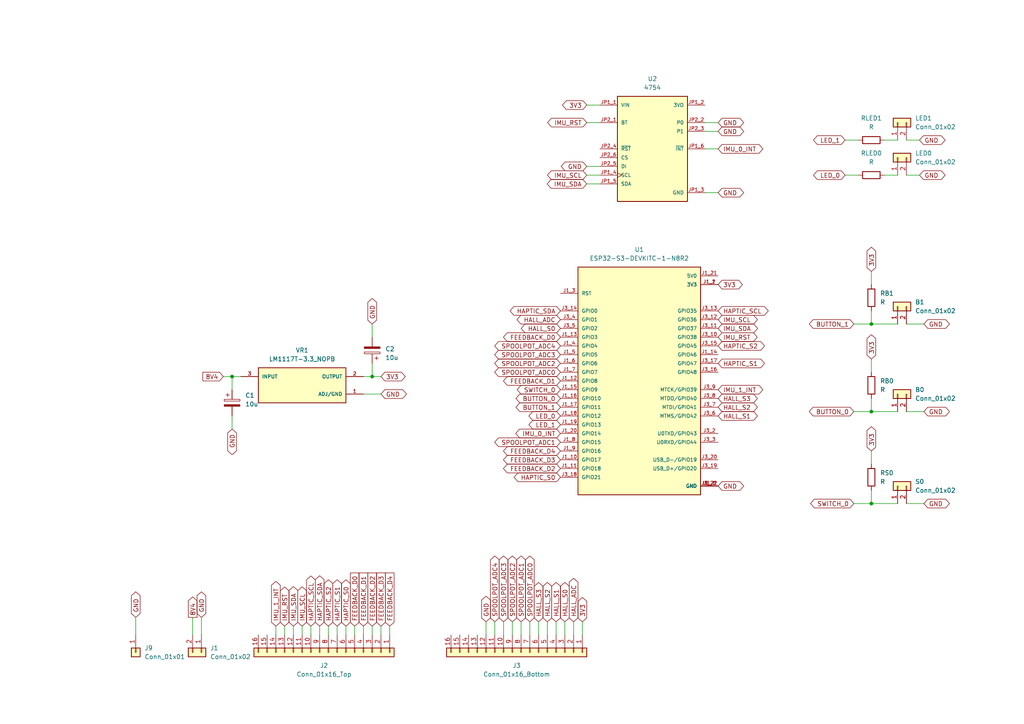
<source format=kicad_sch>
(kicad_sch (version 20231120) (generator "eeschema") (generator_version "8.0")
  (paper "A4")
  (lib_symbols
    (symbol "BNO085:4754" (pin_names (offset 1.016))
      (property "Reference" "U" (at -10.16 16.002 0))
      (property "Value" "4754" (at -10.16 -17.78 0))
      (symbol "4754_0_0"
        (rectangle (start -10.16 -15.24) (end 10.16 15.24) (stroke (width 0.254)) (fill (type background)))
        (pin input line (at -15.24 12.7 0) (length 5.08) (name "VIN") (number "JP1_1"))
        (pin output line (at 15.24 12.7 180) (length 5.08) (name "3VO") (number "JP1_2"))
        (pin power_in line (at 15.24 -12.7 180) (length 5.08) (name "GND") (number "JP1_3"))
        (pin bidirectional clock (at -15.24 -7.62 0) (length 5.08) (name "SCL") (number "JP1_4"))
        (pin bidirectional line (at -15.24 -10.16 0) (length 5.08) (name "SDA") (number "JP1_5"))
        (pin output line (at 15.24 0 180) (length 5.08) (name "~{INT}") (number "JP1_6"))
        (pin input line (at -15.24 7.62 0) (length 5.08) (name "BT") (number "JP2_1"))
        (pin bidirectional line (at 15.24 7.62 180) (length 5.08) (name "P0") (number "JP2_2"))
        (pin bidirectional line (at 15.24 5.08 180) (length 5.08) (name "P1") (number "JP2_3"))
        (pin input line (at -15.24 0 0) (length 5.08) (name "~{RST}") (number "JP2_4"))
        (pin input line (at -15.24 -5.08 0) (length 5.08) (name "DI") (number "JP2_5"))
        (pin input line (at -15.24 -2.54 0) (length 5.08) (name "CS") (number "JP2_6"))
      )
    )
    (symbol "Connector_Generic:Conn_01x01" (pin_names (offset 1.016) hide)
      (property "Reference" "J" (at 0 2.54 0))
      (property "Value" "Conn_01x01" (at 0 -2.54 0))
      (symbol "Conn_01x01_1_1"
        (rectangle (start -1.27 0.127) (end 0 -0.127) (stroke (width 0.1524)))
        (rectangle (start -1.27 1.27) (end 1.27 -1.27) (stroke (width 0.254)) (fill (type background)))
        (pin passive line (at -5.08 0 0) (length 3.81) (name "Pin_1") (number "1"))
      )
    )
    (symbol "Connector_Generic:Conn_01x02" (pin_names (offset 1.016) hide)
      (property "Reference" "J" (at 0 2.54 0))
      (property "Value" "Conn_01x02" (at 0 -5.08 0))
      (symbol "Conn_01x02_1_1"
        (rectangle (start -1.27 -2.413) (end 0 -2.667) (stroke (width 0.1524)))
        (rectangle (start -1.27 0.127) (end 0 -0.127) (stroke (width 0.1524)))
        (rectangle (start -1.27 1.27) (end 1.27 -3.81) (stroke (width 0.254)) (fill (type background)))
        (pin passive line (at -5.08 0 0) (length 3.81) (name "Pin_1") (number "1"))
        (pin passive line (at -5.08 -2.54 0) (length 3.81) (name "Pin_2") (number "2"))
      )
    )
    (symbol "Connector_Generic:Conn_01x16" (pin_names (offset 1.016) hide)
      (property "Reference" "J" (at 0 20.32 0))
      (property "Value" "Conn_01x16" (at 0 -22.86 0))
      (symbol "Conn_01x16_1_1"
        (rectangle (start -1.27 -20.193) (end 0 -20.447) (stroke (width 0.1524)))
        (rectangle (start -1.27 -17.653) (end 0 -17.907) (stroke (width 0.1524)))
        (rectangle (start -1.27 -15.113) (end 0 -15.367) (stroke (width 0.1524)))
        (rectangle (start -1.27 -12.573) (end 0 -12.827) (stroke (width 0.1524)))
        (rectangle (start -1.27 -10.033) (end 0 -10.287) (stroke (width 0.1524)))
        (rectangle (start -1.27 -7.493) (end 0 -7.747) (stroke (width 0.1524)))
        (rectangle (start -1.27 -4.953) (end 0 -5.207) (stroke (width 0.1524)))
        (rectangle (start -1.27 -2.413) (end 0 -2.667) (stroke (width 0.1524)))
        (rectangle (start -1.27 0.127) (end 0 -0.127) (stroke (width 0.1524)))
        (rectangle (start -1.27 2.667) (end 0 2.413) (stroke (width 0.1524)))
        (rectangle (start -1.27 5.207) (end 0 4.953) (stroke (width 0.1524)))
        (rectangle (start -1.27 7.747) (end 0 7.493) (stroke (width 0.1524)))
        (rectangle (start -1.27 10.287) (end 0 10.033) (stroke (width 0.1524)))
        (rectangle (start -1.27 12.827) (end 0 12.573) (stroke (width 0.1524)))
        (rectangle (start -1.27 15.367) (end 0 15.113) (stroke (width 0.1524)))
        (rectangle (start -1.27 17.907) (end 0 17.653) (stroke (width 0.1524)))
        (rectangle (start -1.27 19.05) (end 1.27 -21.59) (stroke (width 0.254)) (fill (type background)))
        (pin passive line (at -5.08 17.78 0) (length 3.81) (name "Pin_1") (number "1"))
        (pin passive line (at -5.08 -5.08 0) (length 3.81) (name "Pin_10") (number "10"))
        (pin passive line (at -5.08 -7.62 0) (length 3.81) (name "Pin_11") (number "11"))
        (pin passive line (at -5.08 -10.16 0) (length 3.81) (name "Pin_12") (number "12"))
        (pin passive line (at -5.08 -12.7 0) (length 3.81) (name "Pin_13") (number "13"))
        (pin passive line (at -5.08 -15.24 0) (length 3.81) (name "Pin_14") (number "14"))
        (pin passive line (at -5.08 -17.78 0) (length 3.81) (name "Pin_15") (number "15"))
        (pin passive line (at -5.08 -20.32 0) (length 3.81) (name "Pin_16") (number "16"))
        (pin passive line (at -5.08 15.24 0) (length 3.81) (name "Pin_2") (number "2"))
        (pin passive line (at -5.08 12.7 0) (length 3.81) (name "Pin_3") (number "3"))
        (pin passive line (at -5.08 10.16 0) (length 3.81) (name "Pin_4") (number "4"))
        (pin passive line (at -5.08 7.62 0) (length 3.81) (name "Pin_5") (number "5"))
        (pin passive line (at -5.08 5.08 0) (length 3.81) (name "Pin_6") (number "6"))
        (pin passive line (at -5.08 2.54 0) (length 3.81) (name "Pin_7") (number "7"))
        (pin passive line (at -5.08 0 0) (length 3.81) (name "Pin_8") (number "8"))
        (pin passive line (at -5.08 -2.54 0) (length 3.81) (name "Pin_9") (number "9"))
      )
    )
    (symbol "Device:C_Polarized" (pin_numbers hide) (pin_names (offset 0.254))
      (property "Reference" "C" (at 0.635 2.54 0))
      (property "Value" "C_Polarized" (at 0.635 -2.54 0))
      (symbol "C_Polarized_0_1"
        (rectangle (start -2.286 0.508) (end 2.286 1.016))
        (polyline (pts (xy -1.778 2.286) (xy -0.762 2.286)))
        (polyline (pts (xy -1.27 2.794) (xy -1.27 1.778)))
        (rectangle (start 2.286 -0.508) (end -2.286 -1.016) (fill (type outline)))
      )
      (symbol "C_Polarized_1_1"
        (pin passive line (at 0 3.81 270) (length 2.794) (name "~") (number "1"))
        (pin passive line (at 0 -3.81 90) (length 2.794) (name "~") (number "2"))
      )
    )
    (symbol "Device:R" (pin_numbers hide) (pin_names (offset 0))
      (property "Reference" "R" (at 2.032 0 90))
      (property "Value" "R" (at 0 0 90))
      (symbol "R_0_1"
        (rectangle (start -1.016 -2.54) (end 1.016 2.54) (stroke (width 0.254)))
      )
      (symbol "R_1_1"
        (pin passive line (at 0 3.81 270) (length 1.27) (name "~") (number "1"))
        (pin passive line (at 0 -3.81 90) (length 1.27) (name "~") (number "2"))
      )
    )
    (symbol "ESP32-S3-DEVKITC-1-N8R2:ESP32-S3-DEVKITC-1-N8R2" (pin_names (offset 1.016))
      (property "Reference" "U" (at -17.78 35.56 0))
      (property "Value" "ESP32-S3-DEVKITC-1-N8R2" (at -17.78 -35.56 0))
      (symbol "ESP32-S3-DEVKITC-1-N8R2_0_0"
        (rectangle (start -17.78 -33.02) (end 17.78 33.02) (stroke (width 0.254)) (fill (type background)))
        (pin power_in line (at 22.86 27.94 180) (length 5.08) (name "3V3") (number "J1_1"))
        (pin bidirectional line (at -22.86 -22.86 0) (length 5.08) (name "GPIO17") (number "J1_10"))
        (pin bidirectional line (at -22.86 -25.4 0) (length 5.08) (name "GPIO18") (number "J1_11"))
        (pin bidirectional line (at -22.86 0 0) (length 5.08) (name "GPIO8") (number "J1_12"))
        (pin bidirectional line (at -22.86 12.7 0) (length 5.08) (name "GPIO3") (number "J1_13"))
        (pin bidirectional line (at 22.86 7.62 180) (length 5.08) (name "GPIO46") (number "J1_14"))
        (pin bidirectional line (at -22.86 -2.54 0) (length 5.08) (name "GPIO9") (number "J1_15"))
        (pin bidirectional line (at -22.86 -5.08 0) (length 5.08) (name "GPIO10") (number "J1_16"))
        (pin bidirectional line (at -22.86 -7.62 0) (length 5.08) (name "GPIO11") (number "J1_17"))
        (pin bidirectional line (at -22.86 -10.16 0) (length 5.08) (name "GPIO12") (number "J1_18"))
        (pin bidirectional line (at -22.86 -12.7 0) (length 5.08) (name "GPIO13") (number "J1_19"))
        (pin power_in line (at 22.86 27.94 180) (length 5.08) (name "3V3") (number "J1_2"))
        (pin bidirectional line (at -22.86 -15.24 0) (length 5.08) (name "GPIO14") (number "J1_20"))
        (pin power_in line (at 22.86 30.48 180) (length 5.08) (name "5V0") (number "J1_21"))
        (pin power_in line (at 22.86 -30.48 180) (length 5.08) (name "GND") (number "J1_22"))
        (pin input line (at -22.86 25.4 0) (length 5.08) (name "RST") (number "J1_3"))
        (pin bidirectional line (at -22.86 10.16 0) (length 5.08) (name "GPIO4") (number "J1_4"))
        (pin bidirectional line (at -22.86 7.62 0) (length 5.08) (name "GPIO5") (number "J1_5"))
        (pin bidirectional line (at -22.86 5.08 0) (length 5.08) (name "GPIO6") (number "J1_6"))
        (pin bidirectional line (at -22.86 2.54 0) (length 5.08) (name "GPIO7") (number "J1_7"))
        (pin bidirectional line (at -22.86 -17.78 0) (length 5.08) (name "GPIO15") (number "J1_8"))
        (pin bidirectional line (at -22.86 -20.32 0) (length 5.08) (name "GPIO16") (number "J1_9"))
        (pin power_in line (at 22.86 -30.48 180) (length 5.08) (name "GND") (number "J3_1"))
        (pin bidirectional line (at 22.86 12.7 180) (length 5.08) (name "GPIO38") (number "J3_10"))
        (pin bidirectional line (at 22.86 15.24 180) (length 5.08) (name "GPIO37") (number "J3_11"))
        (pin bidirectional line (at 22.86 17.78 180) (length 5.08) (name "GPIO36") (number "J3_12"))
        (pin bidirectional line (at 22.86 20.32 180) (length 5.08) (name "GPIO35") (number "J3_13"))
        (pin bidirectional line (at -22.86 20.32 0) (length 5.08) (name "GPIO0") (number "J3_14"))
        (pin bidirectional line (at 22.86 10.16 180) (length 5.08) (name "GPIO45") (number "J3_15"))
        (pin bidirectional line (at 22.86 2.54 180) (length 5.08) (name "GPIO48") (number "J3_16"))
        (pin bidirectional line (at 22.86 5.08 180) (length 5.08) (name "GPIO47") (number "J3_17"))
        (pin bidirectional line (at -22.86 -27.94 0) (length 5.08) (name "GPIO21") (number "J3_18"))
        (pin bidirectional line (at 22.86 -25.4 180) (length 5.08) (name "USB_D+/GPIO20") (number "J3_19"))
        (pin bidirectional line (at 22.86 -15.24 180) (length 5.08) (name "U0TXD/GPIO43") (number "J3_2"))
        (pin bidirectional line (at 22.86 -22.86 180) (length 5.08) (name "USB_D-/GPIO19") (number "J3_20"))
        (pin power_in line (at 22.86 -30.48 180) (length 5.08) (name "GND") (number "J3_21"))
        (pin power_in line (at 22.86 -30.48 180) (length 5.08) (name "GND") (number "J3_22"))
        (pin bidirectional line (at 22.86 -17.78 180) (length 5.08) (name "U0RXD/GPIO44") (number "J3_3"))
        (pin bidirectional line (at -22.86 17.78 0) (length 5.08) (name "GPIO1") (number "J3_4"))
        (pin bidirectional line (at -22.86 15.24 0) (length 5.08) (name "GPIO2") (number "J3_5"))
        (pin bidirectional line (at 22.86 -10.16 180) (length 5.08) (name "MTMS/GPIO42") (number "J3_6"))
        (pin bidirectional line (at 22.86 -7.62 180) (length 5.08) (name "MTDI/GPIO41") (number "J3_7"))
        (pin bidirectional line (at 22.86 -5.08 180) (length 5.08) (name "MTDO/GPIO40") (number "J3_8"))
        (pin bidirectional line (at 22.86 -2.54 180) (length 5.08) (name "MTCK/GPIO39") (number "J3_9"))
      )
    )
    (symbol "LM1117T-3.3/NOPB:LM1117T-3.3_NOPB" (pin_names (offset 1.016))
      (property "Reference" "VR" (at -12.7 5.842 0))
      (property "Value" "LM1117T-3.3_NOPB" (at -12.7 -5.842 0))
      (symbol "LM1117T-3.3_NOPB_0_0"
        (rectangle (start -12.7 -5.08) (end 12.7 5.08) (stroke (width 0.254)) (fill (type background)))
        (pin power_in line (at 17.78 -2.54 180) (length 5.08) (name "ADJ/GND") (number "1"))
        (pin output line (at 17.78 2.54 180) (length 5.08) (name "OUTPUT") (number "2"))
        (pin input line (at -17.78 2.54 0) (length 5.08) (name "INPUT") (number "3"))
      )
    )
  )
  (junction (at 67.31 109.22))
  (junction (at 252.73 119.38))
  (junction (at 252.73 146.05))
  (junction (at 252.73 93.98))
  (junction (at 107.95 109.22))
  (wire (pts (xy 92.71 181.61) (xy 92.71 184.15)))
  (wire (pts (xy 107.95 109.22) (xy 110.49 109.22)))
  (wire (pts (xy 252.73 78.74) (xy 252.73 82.55)))
  (wire (pts (xy 107.95 105.41) (xy 107.95 109.22)))
  (wire (pts (xy 113.03 181.61) (xy 113.03 184.15)))
  (wire (pts (xy 163.83 180.34) (xy 163.83 184.15)))
  (wire (pts (xy 107.95 181.61) (xy 107.95 184.15)))
  (wire (pts (xy 252.73 119.38) (xy 260.35 119.38)))
  (wire (pts (xy 95.25 181.61) (xy 95.25 184.15)))
  (wire (pts (xy 143.51 180.34) (xy 143.51 184.15)))
  (wire (pts (xy 262.89 50.8) (xy 266.7 50.8)))
  (wire (pts (xy 105.41 181.61) (xy 105.41 184.15)))
  (wire (pts (xy 102.87 181.61) (xy 102.87 184.15)))
  (wire (pts (xy 204.47 38.1) (xy 208.28 38.1)))
  (wire (pts (xy 166.37 180.34) (xy 166.37 184.15)))
  (wire (pts (xy 148.59 180.34) (xy 148.59 184.15)))
  (wire (pts (xy 80.01 181.61) (xy 80.01 184.15)))
  (wire (pts (xy 82.55 181.61) (xy 82.55 184.15)))
  (wire (pts (xy 85.09 181.61) (xy 85.09 184.15)))
  (wire (pts (xy 252.73 130.81) (xy 252.73 134.62)))
  (wire (pts (xy 256.54 40.64) (xy 260.35 40.64)))
  (wire (pts (xy 140.97 180.34) (xy 140.97 184.15)))
  (wire (pts (xy 90.17 181.61) (xy 90.17 184.15)))
  (wire (pts (xy 204.47 43.18) (xy 208.28 43.18)))
  (wire (pts (xy 158.75 180.34) (xy 158.75 184.15)))
  (wire (pts (xy 170.18 53.34) (xy 173.99 53.34)))
  (wire (pts (xy 262.89 119.38) (xy 267.97 119.38)))
  (wire (pts (xy 151.13 180.34) (xy 151.13 184.15)))
  (wire (pts (xy 110.49 181.61) (xy 110.49 184.15)))
  (wire (pts (xy 39.37 179.07) (xy 39.37 184.15)))
  (wire (pts (xy 67.31 120.65) (xy 67.31 124.46)))
  (wire (pts (xy 58.42 179.07) (xy 58.42 184.15)))
  (wire (pts (xy 168.91 180.34) (xy 168.91 184.15)))
  (wire (pts (xy 100.33 181.61) (xy 100.33 184.15)))
  (wire (pts (xy 170.18 50.8) (xy 173.99 50.8)))
  (wire (pts (xy 245.11 40.64) (xy 248.92 40.64)))
  (wire (pts (xy 245.11 50.8) (xy 248.92 50.8)))
  (wire (pts (xy 146.05 180.34) (xy 146.05 184.15)))
  (wire (pts (xy 170.18 30.48) (xy 173.99 30.48)))
  (wire (pts (xy 67.31 109.22) (xy 67.31 113.03)))
  (wire (pts (xy 252.73 90.17) (xy 252.73 93.98)))
  (wire (pts (xy 170.18 48.26) (xy 173.99 48.26)))
  (wire (pts (xy 252.73 104.14) (xy 252.73 107.95)))
  (wire (pts (xy 105.41 109.22) (xy 107.95 109.22)))
  (wire (pts (xy 204.47 55.88) (xy 208.28 55.88)))
  (wire (pts (xy 252.73 115.57) (xy 252.73 119.38)))
  (wire (pts (xy 105.41 114.3) (xy 110.49 114.3)))
  (wire (pts (xy 161.29 180.34) (xy 161.29 184.15)))
  (wire (pts (xy 252.73 93.98) (xy 260.35 93.98)))
  (wire (pts (xy 67.31 109.22) (xy 69.85 109.22)))
  (wire (pts (xy 247.65 93.98) (xy 252.73 93.98)))
  (wire (pts (xy 252.73 146.05) (xy 260.35 146.05)))
  (wire (pts (xy 107.95 93.98) (xy 107.95 97.79)))
  (wire (pts (xy 262.89 40.64) (xy 266.7 40.64)))
  (wire (pts (xy 97.79 181.61) (xy 97.79 184.15)))
  (wire (pts (xy 252.73 142.24) (xy 252.73 146.05)))
  (wire (pts (xy 256.54 50.8) (xy 260.35 50.8)))
  (wire (pts (xy 64.77 109.22) (xy 67.31 109.22)))
  (wire (pts (xy 247.65 146.05) (xy 252.73 146.05)))
  (wire (pts (xy 262.89 93.98) (xy 267.97 93.98)))
  (wire (pts (xy 247.65 119.38) (xy 252.73 119.38)))
  (wire (pts (xy 156.21 180.34) (xy 156.21 184.15)))
  (wire (pts (xy 262.89 146.05) (xy 267.97 146.05)))
  (wire (pts (xy 87.63 181.61) (xy 87.63 184.15)))
  (wire (pts (xy 170.18 35.56) (xy 173.99 35.56)))
  (wire (pts (xy 153.67 180.34) (xy 153.67 184.15)))
  (wire (pts (xy 204.47 35.56) (xy 208.28 35.56)))
  (wire (pts (xy 55.88 179.07) (xy 55.88 184.15)))
  (global_label "3V3" (shape bidirectional) (at 252.73 130.81 90) (property "Intersheetrefs" "${INTERSHEET_REFS}" (effects (hide yes))))
  (global_label "SPOOLPOT_ADC2" (shape bidirectional) (at 162.56 105.41 180) (property "Intersheetrefs" "${INTERSHEET_REFS}" (effects (hide yes))))
  (global_label "HALL_S2" (shape bidirectional) (at 208.28 118.11 0) (property "Intersheetrefs" "${INTERSHEET_REFS}" (effects (hide yes))))
  (global_label "BUTTON_0" (shape bidirectional) (at 162.56 115.57 180) (property "Intersheetrefs" "${INTERSHEET_REFS}" (effects (hide yes))))
  (global_label "IMU_RST" (shape bidirectional) (at 208.28 97.79 0) (property "Intersheetrefs" "${INTERSHEET_REFS}" (effects (hide yes))))
  (global_label "IMU_RST" (shape bidirectional) (at 82.55 181.61 90) (property "Intersheetrefs" "${INTERSHEET_REFS}" (effects (hide yes))))
  (global_label "HAPTIC_S2" (shape bidirectional) (at 208.28 100.33 0) (property "Intersheetrefs" "${INTERSHEET_REFS}" (effects (hide yes))))
  (global_label "HALL_ADC" (shape bidirectional) (at 162.56 92.71 180) (property "Intersheetrefs" "${INTERSHEET_REFS}" (effects (hide yes))))
  (global_label "HALL_S1" (shape bidirectional) (at 208.28 120.65 0) (property "Intersheetrefs" "${INTERSHEET_REFS}" (effects (hide yes))))
  (global_label "LED_1" (shape bidirectional) (at 162.56 123.19 180) (property "Intersheetrefs" "${INTERSHEET_REFS}" (effects (hide yes))))
  (global_label "HALL_S2" (shape bidirectional) (at 158.75 180.34 90) (property "Intersheetrefs" "${INTERSHEET_REFS}" (effects (hide yes))))
  (global_label "IMU_0_INT" (shape bidirectional) (at 208.28 43.18 0) (property "Intersheetrefs" "${INTERSHEET_REFS}" (effects (hide yes))))
  (global_label "FEEDBACK_D0" (shape bidirectional) (at 162.56 97.79 180) (property "Intersheetrefs" "${INTERSHEET_REFS}" (effects (hide yes))))
  (global_label "LED_0" (shape bidirectional) (at 245.11 50.8 180) (property "Intersheetrefs" "${INTERSHEET_REFS}" (effects (hide yes))))
  (global_label "IMU_0_INT" (shape bidirectional) (at 162.56 125.73 180) (property "Intersheetrefs" "${INTERSHEET_REFS}" (effects (hide yes))))
  (global_label "HALL_S0" (shape bidirectional) (at 162.56 95.25 180) (property "Intersheetrefs" "${INTERSHEET_REFS}" (effects (hide yes))))
  (global_label "8V4" (shape output) (at 55.88 179.07 90) (property "Intersheetrefs" "${INTERSHEET_REFS}" (effects (hide yes))))
  (global_label "SPOOLPOT_ADC1" (shape bidirectional) (at 151.13 180.34 90) (property "Intersheetrefs" "${INTERSHEET_REFS}" (effects (hide yes))))
  (global_label "IMU_1_INT" (shape bidirectional) (at 208.28 113.03 0) (property "Intersheetrefs" "${INTERSHEET_REFS}" (effects (hide yes))))
  (global_label "BUTTON_0" (shape bidirectional) (at 247.65 119.38 180) (property "Intersheetrefs" "${INTERSHEET_REFS}" (effects (hide yes))))
  (global_label "HALL_S3" (shape bidirectional) (at 208.28 115.57 0) (property "Intersheetrefs" "${INTERSHEET_REFS}" (effects (hide yes))))
  (global_label "FEEDBACK_D2" (shape input) (at 107.95 181.61 90) (property "Intersheetrefs" "${INTERSHEET_REFS}" (effects (hide yes))))
  (global_label "SPOOLPOT_ADC1" (shape bidirectional) (at 162.56 128.27 180) (property "Intersheetrefs" "${INTERSHEET_REFS}" (effects (hide yes))))
  (global_label "SWITCH_0" (shape bidirectional) (at 162.56 113.03 180) (property "Intersheetrefs" "${INTERSHEET_REFS}" (effects (hide yes))))
  (global_label "3V3" (shape bidirectional) (at 168.91 180.34 90) (property "Intersheetrefs" "${INTERSHEET_REFS}" (effects (hide yes))))
  (global_label "HAPTIC_S0" (shape bidirectional) (at 162.56 138.43 180) (property "Intersheetrefs" "${INTERSHEET_REFS}" (effects (hide yes))))
  (global_label "8V4" (shape input) (at 64.77 109.22 180) (property "Intersheetrefs" "${INTERSHEET_REFS}" (effects (hide yes))))
  (global_label "IMU_1_INT" (shape bidirectional) (at 80.01 181.61 90) (property "Intersheetrefs" "${INTERSHEET_REFS}" (effects (hide yes))))
  (global_label "GND" (shape bidirectional) (at 208.28 140.97 0) (property "Intersheetrefs" "${INTERSHEET_REFS}" (effects (hide yes))))
  (global_label "3V3" (shape bidirectional) (at 170.18 30.48 180) (property "Intersheetrefs" "${INTERSHEET_REFS}" (effects (hide yes))))
  (global_label "BUTTON_1" (shape bidirectional) (at 162.56 118.11 180) (property "Intersheetrefs" "${INTERSHEET_REFS}" (effects (hide yes))))
  (global_label "HAPTIC_S0" (shape bidirectional) (at 100.33 181.61 90) (property "Intersheetrefs" "${INTERSHEET_REFS}" (effects (hide yes))))
  (global_label "SPOOLPOT_ADC3" (shape bidirectional) (at 162.56 102.87 180) (property "Intersheetrefs" "${INTERSHEET_REFS}" (effects (hide yes))))
  (global_label "GND" (shape bidirectional) (at 208.28 38.1 0) (property "Intersheetrefs" "${INTERSHEET_REFS}" (effects (hide yes))))
  (global_label "FEEDBACK_D0" (shape input) (at 102.87 181.61 90) (property "Intersheetrefs" "${INTERSHEET_REFS}" (effects (hide yes))))
  (global_label "GND" (shape bidirectional) (at 266.7 40.64 0) (property "Intersheetrefs" "${INTERSHEET_REFS}" (effects (hide yes))))
  (global_label "IMU_SDA" (shape bidirectional) (at 208.28 95.25 0) (property "Intersheetrefs" "${INTERSHEET_REFS}" (effects (hide yes))))
  (global_label "HALL_S1" (shape bidirectional) (at 161.29 180.34 90) (property "Intersheetrefs" "${INTERSHEET_REFS}" (effects (hide yes))))
  (global_label "SPOOLPOT_ADC2" (shape bidirectional) (at 148.59 180.34 90) (property "Intersheetrefs" "${INTERSHEET_REFS}" (effects (hide yes))))
  (global_label "GND" (shape bidirectional) (at 110.49 114.3 0) (property "Intersheetrefs" "${INTERSHEET_REFS}" (effects (hide yes))))
  (global_label "GND" (shape bidirectional) (at 107.95 93.98 90) (property "Intersheetrefs" "${INTERSHEET_REFS}" (effects (hide yes))))
  (global_label "IMU_SCL" (shape bidirectional) (at 170.18 50.8 180) (property "Intersheetrefs" "${INTERSHEET_REFS}" (effects (hide yes))))
  (global_label "FEEDBACK_D1" (shape input) (at 105.41 181.61 90) (property "Intersheetrefs" "${INTERSHEET_REFS}" (effects (hide yes))))
  (global_label "GND" (shape bidirectional) (at 58.42 179.07 90) (property "Intersheetrefs" "${INTERSHEET_REFS}" (effects (hide yes))))
  (global_label "IMU_SCL" (shape bidirectional) (at 208.28 92.71 0) (property "Intersheetrefs" "${INTERSHEET_REFS}" (effects (hide yes))))
  (global_label "HALL_S3" (shape bidirectional) (at 156.21 180.34 90) (property "Intersheetrefs" "${INTERSHEET_REFS}" (effects (hide yes))))
  (global_label "GND" (shape bidirectional) (at 266.7 50.8 0) (property "Intersheetrefs" "${INTERSHEET_REFS}" (effects (hide yes))))
  (global_label "SPOOLPOT_ADC3" (shape bidirectional) (at 146.05 180.34 90) (property "Intersheetrefs" "${INTERSHEET_REFS}" (effects (hide yes))))
  (global_label "HAPTIC_S1" (shape bidirectional) (at 97.79 181.61 90) (property "Intersheetrefs" "${INTERSHEET_REFS}" (effects (hide yes))))
  (global_label "HAPTIC_S1" (shape bidirectional) (at 208.28 105.41 0) (property "Intersheetrefs" "${INTERSHEET_REFS}" (effects (hide yes))))
  (global_label "FEEDBACK_D4" (shape bidirectional) (at 162.56 130.81 180) (property "Intersheetrefs" "${INTERSHEET_REFS}" (effects (hide yes))))
  (global_label "SPOOLPOT_ADC0" (shape bidirectional) (at 162.56 107.95 180) (property "Intersheetrefs" "${INTERSHEET_REFS}" (effects (hide yes))))
  (global_label "GND" (shape bidirectional) (at 39.37 179.07 90) (property "Intersheetrefs" "${INTERSHEET_REFS}" (effects (hide yes))))
  (global_label "FEEDBACK_D3" (shape bidirectional) (at 162.56 133.35 180) (property "Intersheetrefs" "${INTERSHEET_REFS}" (effects (hide yes))))
  (global_label "HAPTIC_SCL" (shape bidirectional) (at 208.28 90.17 0) (property "Intersheetrefs" "${INTERSHEET_REFS}" (effects (hide yes))))
  (global_label "SPOOLPOT_ADC4" (shape bidirectional) (at 143.51 180.34 90) (property "Intersheetrefs" "${INTERSHEET_REFS}" (effects (hide yes))))
  (global_label "GND" (shape bidirectional) (at 208.28 35.56 0) (property "Intersheetrefs" "${INTERSHEET_REFS}" (effects (hide yes))))
  (global_label "3V3" (shape bidirectional) (at 208.28 82.55 0) (property "Intersheetrefs" "${INTERSHEET_REFS}" (effects (hide yes))))
  (global_label "GND" (shape bidirectional) (at 140.97 180.34 90) (property "Intersheetrefs" "${INTERSHEET_REFS}" (effects (hide yes))))
  (global_label "GND" (shape bidirectional) (at 208.28 55.88 0) (property "Intersheetrefs" "${INTERSHEET_REFS}" (effects (hide yes))))
  (global_label "IMU_SCL" (shape bidirectional) (at 87.63 181.61 90) (property "Intersheetrefs" "${INTERSHEET_REFS}" (effects (hide yes))))
  (global_label "IMU_SDA" (shape bidirectional) (at 170.18 53.34 180) (property "Intersheetrefs" "${INTERSHEET_REFS}" (effects (hide yes))))
  (global_label "SWITCH_0" (shape bidirectional) (at 247.65 146.05 180) (property "Intersheetrefs" "${INTERSHEET_REFS}" (effects (hide yes))))
  (global_label "SPOOLPOT_ADC4" (shape bidirectional) (at 162.56 100.33 180) (property "Intersheetrefs" "${INTERSHEET_REFS}" (effects (hide yes))))
  (global_label "HAPTIC_SCL" (shape bidirectional) (at 90.17 181.61 90) (property "Intersheetrefs" "${INTERSHEET_REFS}" (effects (hide yes))))
  (global_label "IMU_SDA" (shape bidirectional) (at 85.09 181.61 90) (property "Intersheetrefs" "${INTERSHEET_REFS}" (effects (hide yes))))
  (global_label "3V3" (shape bidirectional) (at 110.49 109.22 0) (property "Intersheetrefs" "${INTERSHEET_REFS}" (effects (hide yes))))
  (global_label "HAPTIC_SDA" (shape bidirectional) (at 92.71 181.61 90) (property "Intersheetrefs" "${INTERSHEET_REFS}" (effects (hide yes))))
  (global_label "HAPTIC_SDA" (shape bidirectional) (at 162.56 90.17 180) (property "Intersheetrefs" "${INTERSHEET_REFS}" (effects (hide yes))))
  (global_label "GND" (shape bidirectional) (at 267.97 93.98 0) (property "Intersheetrefs" "${INTERSHEET_REFS}" (effects (hide yes))))
  (global_label "FEEDBACK_D3" (shape input) (at 110.49 181.61 90) (property "Intersheetrefs" "${INTERSHEET_REFS}" (effects (hide yes))))
  (global_label "FEEDBACK_D2" (shape bidirectional) (at 162.56 135.89 180) (property "Intersheetrefs" "${INTERSHEET_REFS}" (effects (hide yes))))
  (global_label "GND" (shape bidirectional) (at 267.97 146.05 0) (property "Intersheetrefs" "${INTERSHEET_REFS}" (effects (hide yes))))
  (global_label "BUTTON_1" (shape bidirectional) (at 247.65 93.98 180) (property "Intersheetrefs" "${INTERSHEET_REFS}" (effects (hide yes))))
  (global_label "HALL_S0" (shape bidirectional) (at 163.83 180.34 90) (property "Intersheetrefs" "${INTERSHEET_REFS}" (effects (hide yes))))
  (global_label "GND" (shape bidirectional) (at 67.31 124.46 270) (property "Intersheetrefs" "${INTERSHEET_REFS}" (effects (hide yes))))
  (global_label "IMU_RST" (shape bidirectional) (at 170.18 35.56 180) (property "Intersheetrefs" "${INTERSHEET_REFS}" (effects (hide yes))))
  (global_label "LED_0" (shape bidirectional) (at 162.56 120.65 180) (property "Intersheetrefs" "${INTERSHEET_REFS}" (effects (hide yes))))
  (global_label "FEEDBACK_D4" (shape input) (at 113.03 181.61 90) (property "Intersheetrefs" "${INTERSHEET_REFS}" (effects (hide yes))))
  (global_label "GND" (shape bidirectional) (at 267.97 119.38 0) (property "Intersheetrefs" "${INTERSHEET_REFS}" (effects (hide yes))))
  (global_label "SPOOLPOT_ADC0" (shape bidirectional) (at 153.67 180.34 90) (property "Intersheetrefs" "${INTERSHEET_REFS}" (effects (hide yes))))
  (global_label "GND" (shape bidirectional) (at 170.18 48.26 180) (property "Intersheetrefs" "${INTERSHEET_REFS}" (effects (hide yes))))
  (global_label "3V3" (shape bidirectional) (at 252.73 78.74 90) (property "Intersheetrefs" "${INTERSHEET_REFS}" (effects (hide yes))))
  (global_label "3V3" (shape bidirectional) (at 252.73 104.14 90) (property "Intersheetrefs" "${INTERSHEET_REFS}" (effects (hide yes))))
  (global_label "LED_1" (shape bidirectional) (at 245.11 40.64 180) (property "Intersheetrefs" "${INTERSHEET_REFS}" (effects (hide yes))))
  (global_label "FEEDBACK_D1" (shape bidirectional) (at 162.56 110.49 180) (property "Intersheetrefs" "${INTERSHEET_REFS}" (effects (hide yes))))
  (global_label "HALL_ADC" (shape bidirectional) (at 166.37 180.34 90) (property "Intersheetrefs" "${INTERSHEET_REFS}" (effects (hide yes))))
  (global_label "HAPTIC_S2" (shape bidirectional) (at 95.25 181.61 90) (property "Intersheetrefs" "${INTERSHEET_REFS}" (effects (hide yes))))
  (symbol (lib_id "Connector_Generic:Conn_01x16") (at 95.25 189.23 270) (unit 1)
    (property "Reference" "J2" (at 93.98 193.04 90))
    (property "Value" "Conn_01x16_Top" (at 93.98 195.58 90))
    (property "Footprint" "522071633:CON_522071633_MOL" (effects (hide yes)))
    (property "Description" "Generic connector, single row, 01x16, script generated (kicad-library-utils/schlib/autogen/connector/)" (effects (hide yes)))
  )
  (symbol (lib_id "Device:C_Polarized") (at 107.95 101.6 180) (unit 1)
    (property "Reference" "C2" (at 111.76 101.2189 0) (effects (justify right)))
    (property "Value" "10u" (at 111.76 103.7589 0) (effects (justify right)))
    (property "Footprint" "Capacitor_SMD:C_1206_3216Metric" (effects (hide yes)))
    (property "Description" "Polarized capacitor" (effects (hide yes)))
  )
  (symbol (lib_id "LM1117T-3.3/NOPB:LM1117T-3.3_NOPB") (at 87.63 111.76 0) (unit 1)
    (property "Reference" "VR1" (at 87.63 101.6 0))
    (property "Value" "LM1117T-3.3_NOPB" (at 87.63 104.14 0))
    (property "Footprint" "LM1117T-3.3:LM1117T-3.3_NOPB" (effects (hide yes)))
    (property "MF" "Texas Instruments" (effects (hide yes)))
    (property "MAXIMUM_PACKAGE_HEIGHT" "19.55mm" (effects (hide yes)))
    (property "Package" "TO-220-3 Texas Instruments" (effects (hide yes)))
    (property "Price" "None" (effects (hide yes)))
    (property "Check_prices" "https://www.snapeda.com/parts/LM1117T-3.3/NOPB/Texas+Instruments/view-part/?ref=eda" (effects (hide yes)))
    (property "STANDARD" "IPC-7351B" (effects (hide yes)))
    (property "PARTREV" "O" (effects (hide yes)))
    (property "SnapEDA_Link" "https://www.snapeda.com/parts/LM1117T-3.3/NOPB/Texas+Instruments/view-part/?ref=snap" (effects (hide yes)))
    (property "SNAPEDA_PACKAGE_ID" "102750" (effects (hide yes)))
    (property "MP" "LM1117T-3.3/NOPB" (effects (hide yes)))
    (property "Description_1" "\n800-mA 15-V linear voltage regulator\n" (effects (hide yes)))
    (property "Availability" "In Stock" (effects (hide yes)))
    (property "MANUFACTURER" "Texas Instruments" (effects (hide yes)))
  )
  (symbol (lib_id "Device:R") (at 252.73 50.8 270) (unit 1)
    (property "Reference" "RLED0" (at 252.73 44.45 90))
    (property "Value" "R" (at 252.73 46.99 90))
    (property "Footprint" "Resistor_SMD:R_0402_1005Metric" (effects (hide yes)))
    (property "Description" "Resistor" (effects (hide yes)))
  )
  (symbol (lib_id "Device:R") (at 252.73 40.64 270) (unit 1)
    (property "Reference" "RLED1" (at 252.73 34.29 90))
    (property "Value" "R" (at 252.73 36.83 90))
    (property "Footprint" "Resistor_SMD:R_0402_1005Metric" (effects (hide yes)))
    (property "Description" "Resistor" (effects (hide yes)))
  )
  (symbol (lib_id "Connector_Generic:Conn_01x02") (at 260.35 140.97 90) (unit 1)
    (property "Reference" "S0" (at 265.43 139.6999 90) (effects (justify right)))
    (property "Value" "Conn_01x02" (at 265.43 142.2399 90) (effects (justify right)))
    (property "Footprint" "Connector_PinSocket_2.54mm:PinSocket_1x02_P2.54mm_Vertical" (effects (hide yes)))
    (property "Description" "Generic connector, single row, 01x02, script generated (kicad-library-utils/schlib/autogen/connector/)" (effects (hide yes)))
  )
  (symbol (lib_id "ESP32-S3-DEVKITC-1-N8R2:ESP32-S3-DEVKITC-1-N8R2") (at 185.42 110.49 0) (unit 1)
    (property "Reference" "U1" (at 185.42 72.39 0))
    (property "Value" "ESP32-S3-DEVKITC-1-N8R2" (at 185.42 74.93 0))
    (property "Footprint" "ESP32-S3-DEVKITC-1-N8R2:XCVR_ESP32-S3-DEVKITC-1-N8R2" (effects (hide yes)))
    (property "MF" "Espressif Systems" (effects (hide yes)))
    (property "Description_1" "\nWiFi Development Tools - 802.11 (Engineering Samples Only) ESP32-S3 General-Purpose Development Board, ESP32-S3-WROOM-1-N8R2, with Pin Header\n" (effects (hide yes)))
    (property "Package" "None" (effects (hide yes)))
    (property "Price" "None" (effects (hide yes)))
    (property "Check_prices" "https://www.snapeda.com/parts/ESP32-S3-DEVKITC-1-N8R2/Espressif+Systems/view-part/?ref=eda" (effects (hide yes)))
    (property "STANDARD" "Manufacturer Recommendations" (effects (hide yes)))
    (property "PARTREV" "V1" (effects (hide yes)))
    (property "SnapEDA_Link" "https://www.snapeda.com/parts/ESP32-S3-DEVKITC-1-N8R2/Espressif+Systems/view-part/?ref=snap" (effects (hide yes)))
    (property "MP" "ESP32-S3-DEVKITC-1-N8R2" (effects (hide yes)))
    (property "Purchase-URL" "https://www.snapeda.com/api/url_track_click_mouser/?unipart_id=8918256&manufacturer=Espressif Systems&part_name=ESP32-S3-DEVKITC-1-N8R2&search_term=None" (effects (hide yes)))
    (property "Availability" "In Stock" (effects (hide yes)))
    (property "MANUFACTURER" "Espressif" (effects (hide yes)))
  )
  (symbol (lib_id "Connector_Generic:Conn_01x02") (at 260.35 45.72 90) (unit 1)
    (property "Reference" "LED0" (at 265.43 44.4499 90) (effects (justify right)))
    (property "Value" "Conn_01x02" (at 265.43 46.9899 90) (effects (justify right)))
    (property "Footprint" "Connector_PinSocket_2.54mm:PinSocket_1x02_P2.54mm_Vertical" (effects (hide yes)))
    (property "Description" "Generic connector, single row, 01x02, script generated (kicad-library-utils/schlib/autogen/connector/)" (effects (hide yes)))
  )
  (symbol (lib_id "Connector_Generic:Conn_01x02") (at 58.42 189.23 270) (unit 1)
    (property "Reference" "J1" (at 60.96 187.9599 90) (effects (justify left)))
    (property "Value" "Conn_01x02" (at 60.96 190.4999 90) (effects (justify left)))
    (property "Footprint" "Connector_PinSocket_2.54mm:PinSocket_1x02_P2.54mm_Vertical" (effects (hide yes)))
    (property "Description" "Generic connector, single row, 01x02, script generated (kicad-library-utils/schlib/autogen/connector/)" (effects (hide yes)))
  )
  (symbol (lib_id "Connector_Generic:Conn_01x16") (at 151.13 189.23 270) (unit 1)
    (property "Reference" "J3" (at 149.86 193.04 90))
    (property "Value" "Conn_01x16_Bottom" (at 149.86 195.58 90))
    (property "Footprint" "522071633:CON_522071633_MOL" (effects (hide yes)))
    (property "Description" "Generic connector, single row, 01x16, script generated (kicad-library-utils/schlib/autogen/connector/)" (effects (hide yes)))
  )
  (symbol (lib_id "Connector_Generic:Conn_01x02") (at 260.35 35.56 90) (unit 1)
    (property "Reference" "LED1" (at 265.43 34.2899 90) (effects (justify right)))
    (property "Value" "Conn_01x02" (at 265.43 36.8299 90) (effects (justify right)))
    (property "Footprint" "Connector_PinSocket_2.54mm:PinSocket_1x02_P2.54mm_Vertical" (effects (hide yes)))
    (property "Description" "Generic connector, single row, 01x02, script generated (kicad-library-utils/schlib/autogen/connector/)" (effects (hide yes)))
  )
  (symbol (lib_id "Connector_Generic:Conn_01x02") (at 260.35 114.3 90) (unit 1)
    (property "Reference" "B0" (at 265.43 113.0299 90) (effects (justify right)))
    (property "Value" "Conn_01x02" (at 265.43 115.5699 90) (effects (justify right)))
    (property "Footprint" "Connector_PinSocket_2.54mm:PinSocket_1x02_P2.54mm_Vertical" (effects (hide yes)))
    (property "Description" "Generic connector, single row, 01x02, script generated (kicad-library-utils/schlib/autogen/connector/)" (effects (hide yes)))
  )
  (symbol (lib_id "Device:C_Polarized") (at 67.31 116.84 0) (unit 1)
    (property "Reference" "C1" (at 71.12 114.6809 0) (effects (justify left)))
    (property "Value" "10u" (at 71.12 117.2209 0) (effects (justify left)))
    (property "Footprint" "Capacitor_SMD:C_1206_3216Metric" (effects (hide yes)))
    (property "Description" "Polarized capacitor" (effects (hide yes)))
  )
  (symbol (lib_id "BNO085:4754") (at 189.23 43.18 0) (unit 1)
    (property "Reference" "U2" (at 189.23 22.86 0))
    (property "Value" "4754" (at 189.23 25.4 0))
    (property "Footprint" "BNO085:MODULE_4754" (effects (hide yes)))
    (property "MF" "Adafruit" (effects (hide yes)))
    (property "MAXIMUM_PACKAGE_HEIGHT" "4.6mm" (effects (hide yes)))
    (property "Package" "None" (effects (hide yes)))
    (property "Price" "None" (effects (hide yes)))
    (property "Check_prices" "https://www.snapeda.com/parts/4754/Adafruit+Industries/view-part/?ref=eda" (effects (hide yes)))
    (property "STANDARD" "Manufacturer Recommendations" (effects (hide yes)))
    (property "PARTREV" "2021-03-16" (effects (hide yes)))
    (property "SnapEDA_Link" "https://www.snapeda.com/parts/4754/Adafruit+Industries/view-part/?ref=snap" (effects (hide yes)))
    (property "MP" "4754" (effects (hide yes)))
    (property "Purchase-URL" "https://www.snapeda.com/api/url_track_click_mouser/?unipart_id=6342982&manufacturer=Adafruit&part_name=4754&search_term=None" (effects (hide yes)))
    (property "Description_1" "\nAdafruit 9-DOF Orientation IMU Fusion Breakout - BNO085 (BNO080) - STEMMA QT / Qwiic\n" (effects (hide yes)))
    (property "MANUFACTURER" "Adafruit" (effects (hide yes)))
    (property "Availability" "In Stock" (effects (hide yes)))
    (property "SNAPEDA_PN" "4754" (effects (hide yes)))
  )
  (symbol (lib_id "Connector_Generic:Conn_01x01") (at 39.37 189.23 270) (unit 1)
    (property "Reference" "J9" (at 41.91 187.9599 90) (effects (justify left)))
    (property "Value" "Conn_01x01" (at 41.91 190.4999 90) (effects (justify left)))
    (property "Footprint" "Connector_PinSocket_2.54mm:PinSocket_1x01_P2.54mm_Vertical" (effects (hide yes)))
    (property "Description" "Generic connector, single row, 01x01, script generated (kicad-library-utils/schlib/autogen/connector/)" (effects (hide yes)))
  )
  (symbol (lib_id "Device:R") (at 252.73 138.43 180) (unit 1)
    (property "Reference" "RS0" (at 255.27 137.1599 0) (effects (justify right)))
    (property "Value" "R" (at 255.27 139.6999 0) (effects (justify right)))
    (property "Footprint" "Resistor_SMD:R_0402_1005Metric" (effects (hide yes)))
    (property "Description" "Resistor" (effects (hide yes)))
  )
  (symbol (lib_id "Connector_Generic:Conn_01x02") (at 260.35 88.9 90) (unit 1)
    (property "Reference" "B1" (at 265.43 87.6299 90) (effects (justify right)))
    (property "Value" "Conn_01x02" (at 265.43 90.1699 90) (effects (justify right)))
    (property "Footprint" "Connector_PinSocket_2.54mm:PinSocket_1x02_P2.54mm_Vertical" (effects (hide yes)))
    (property "Description" "Generic connector, single row, 01x02, script generated (kicad-library-utils/schlib/autogen/connector/)" (effects (hide yes)))
  )
  (symbol (lib_id "Device:R") (at 252.73 86.36 180) (unit 1)
    (property "Reference" "RB1" (at 255.27 85.0899 0) (effects (justify right)))
    (property "Value" "R" (at 255.27 87.6299 0) (effects (justify right)))
    (property "Footprint" "Resistor_SMD:R_0402_1005Metric" (effects (hide yes)))
    (property "Description" "Resistor" (effects (hide yes)))
  )
  (symbol (lib_id "Device:R") (at 252.73 111.76 180) (unit 1)
    (property "Reference" "RB0" (at 255.27 110.4899 0) (effects (justify right)))
    (property "Value" "R" (at 255.27 113.0299 0) (effects (justify right)))
    (property "Footprint" "Resistor_SMD:R_0402_1005Metric" (effects (hide yes)))
    (property "Description" "Resistor" (effects (hide yes)))
  )
)
</source>
